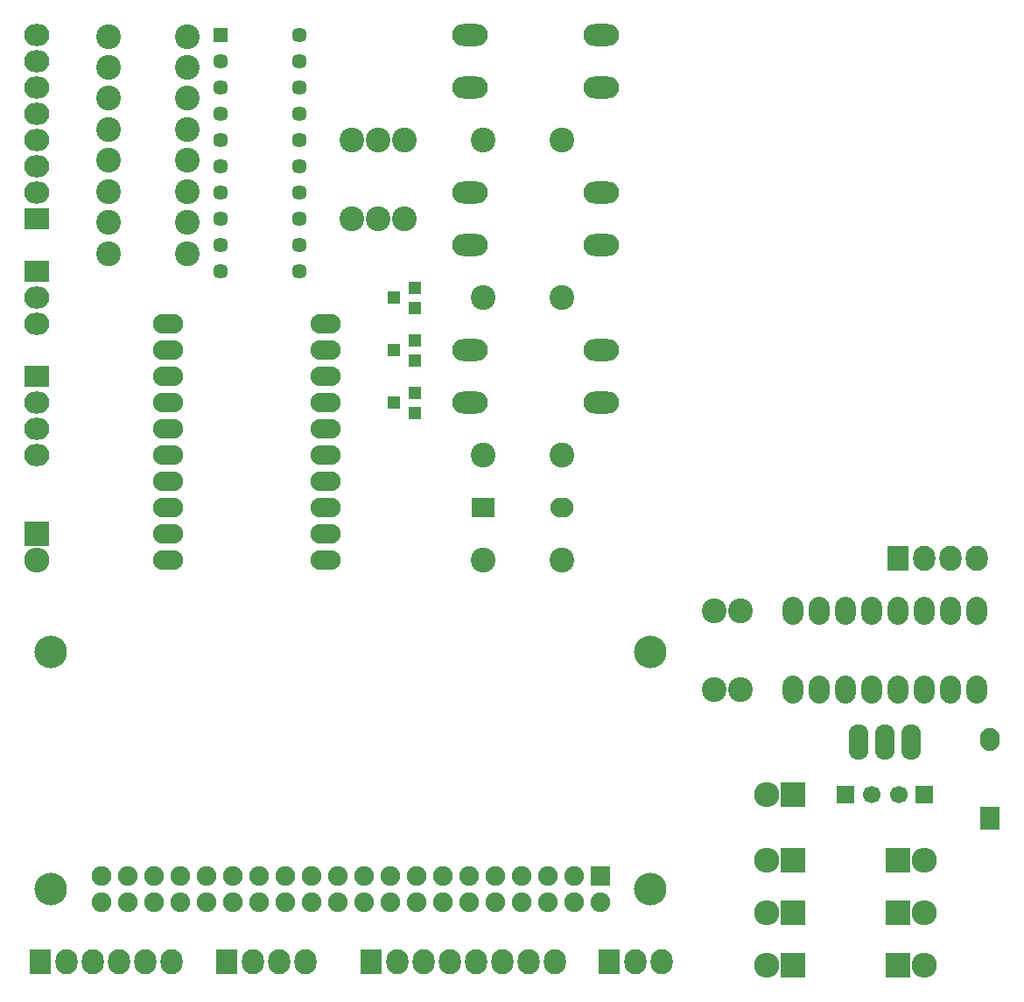
<source format=gts>
G04 #@! TF.FileFunction,Soldermask,Top*
%FSLAX46Y46*%
G04 Gerber Fmt 4.6, Leading zero omitted, Abs format (unit mm)*
G04 Created by KiCad (PCBNEW 4.0.2+dfsg1-stable) date 2019年09月16日 23時03分05秒*
%MOMM*%
G01*
G04 APERTURE LIST*
%ADD10C,0.100000*%
%ADD11R,1.908000X1.908000*%
%ADD12C,1.908000*%
%ADD13C,3.150000*%
%ADD14R,1.700000X1.700000*%
%ADD15C,1.700000*%
%ADD16R,2.432000X2.432000*%
%ADD17O,2.432000X2.432000*%
%ADD18R,2.127200X2.432000*%
%ADD19O,2.127200X2.432000*%
%ADD20R,2.432000X2.127200*%
%ADD21O,2.432000X2.127200*%
%ADD22R,1.200100X1.200100*%
%ADD23C,2.398980*%
%ADD24O,2.924000X1.924000*%
%ADD25R,2.224000X1.924000*%
%ADD26O,2.224000X1.924000*%
%ADD27O,3.448000X2.127200*%
%ADD28O,2.000000X2.700000*%
%ADD29R,1.450000X1.450000*%
%ADD30C,1.450000*%
%ADD31O,1.924000X3.448000*%
%ADD32R,1.924000X2.224000*%
%ADD33O,1.924000X2.224000*%
G04 APERTURE END LIST*
D10*
D11*
X84205200Y-157999000D03*
D12*
X84205200Y-160539000D03*
X81665200Y-157999000D03*
X81665200Y-160539000D03*
X79125200Y-157999000D03*
X79125200Y-160539000D03*
X76585200Y-157999000D03*
X76585200Y-160539000D03*
X74045200Y-157999000D03*
X74045200Y-160539000D03*
X71505200Y-157999000D03*
X71505200Y-160539000D03*
X68965200Y-157999000D03*
X68965200Y-160539000D03*
X66425200Y-157999000D03*
X66425200Y-160539000D03*
X63885200Y-157999000D03*
X63885200Y-160539000D03*
X61345200Y-157999000D03*
X61345200Y-160539000D03*
X58805200Y-157999000D03*
X58805200Y-160539000D03*
X56265200Y-157999000D03*
X56265200Y-160539000D03*
X53725200Y-157999000D03*
X53725200Y-160539000D03*
X51185200Y-157999000D03*
X51185200Y-160539000D03*
X48645200Y-157999000D03*
X48645200Y-160539000D03*
X46105200Y-157999000D03*
X46105200Y-160539000D03*
X43565200Y-157999000D03*
X43565200Y-160539000D03*
X41025200Y-157999000D03*
X41025200Y-160539000D03*
X38485200Y-157999000D03*
X38485200Y-160539000D03*
X35945200Y-157999000D03*
X35945200Y-160539000D03*
D13*
X89075200Y-136269000D03*
X89075200Y-159269000D03*
X31075200Y-136269000D03*
X31075200Y-159269000D03*
D14*
X115570000Y-150130000D03*
D15*
X113070000Y-150130000D03*
D14*
X107950000Y-150130000D03*
D15*
X110450000Y-150130000D03*
D16*
X113030000Y-161560000D03*
D17*
X115570000Y-161560000D03*
D16*
X113030000Y-166640000D03*
D17*
X115570000Y-166640000D03*
D16*
X113030000Y-156480000D03*
D17*
X115570000Y-156480000D03*
D16*
X102870000Y-150130000D03*
D17*
X100330000Y-150130000D03*
D16*
X102870000Y-156480000D03*
D17*
X100330000Y-156480000D03*
D16*
X102870000Y-161560000D03*
D17*
X100330000Y-161560000D03*
D16*
X102870000Y-166640000D03*
D17*
X100330000Y-166640000D03*
D18*
X113030000Y-127270000D03*
D19*
X115570000Y-127270000D03*
X118110000Y-127270000D03*
X120650000Y-127270000D03*
D18*
X30075200Y-166269000D03*
D19*
X32615200Y-166269000D03*
X35155200Y-166269000D03*
X37695200Y-166269000D03*
X40235200Y-166269000D03*
X42775200Y-166269000D03*
D18*
X62075200Y-166269000D03*
D19*
X64615200Y-166269000D03*
X67155200Y-166269000D03*
X69695200Y-166269000D03*
X72235200Y-166269000D03*
X74775200Y-166269000D03*
X77315200Y-166269000D03*
X79855200Y-166269000D03*
D18*
X48075200Y-166269000D03*
D19*
X50615200Y-166269000D03*
X53155200Y-166269000D03*
X55695200Y-166269000D03*
D18*
X85075200Y-166269000D03*
D19*
X87615200Y-166269000D03*
X90155200Y-166269000D03*
D16*
X29730000Y-124910000D03*
D17*
X29730000Y-127450000D03*
D20*
X29730000Y-99510000D03*
D21*
X29730000Y-102050000D03*
X29730000Y-104590000D03*
D20*
X29730000Y-94430000D03*
D21*
X29730000Y-91890000D03*
X29730000Y-89350000D03*
X29730000Y-86810000D03*
X29730000Y-84270000D03*
X29730000Y-81730000D03*
X29730000Y-79190000D03*
X29730000Y-76650000D03*
D20*
X29730000Y-109670000D03*
D21*
X29730000Y-112210000D03*
X29730000Y-114750000D03*
X29730000Y-117290000D03*
D22*
X66290760Y-113160000D03*
X66290760Y-111260000D03*
X64291780Y-112210000D03*
X66290760Y-108080000D03*
X66290760Y-106180000D03*
X64291780Y-107130000D03*
X66290760Y-103000000D03*
X66290760Y-101100000D03*
X64291780Y-102050000D03*
D23*
X97790000Y-139970000D03*
X97790000Y-132350000D03*
X95250000Y-132350000D03*
X95250000Y-139970000D03*
X44250000Y-76740000D03*
X36630000Y-76740000D03*
X44250000Y-79740000D03*
X36630000Y-79740000D03*
X44250000Y-82740000D03*
X36630000Y-82740000D03*
X44250000Y-85740000D03*
X36630000Y-85740000D03*
X44250000Y-88740000D03*
X36630000Y-88740000D03*
X60210000Y-94430000D03*
X60210000Y-86810000D03*
X44250000Y-91740000D03*
X36630000Y-91740000D03*
X44250000Y-94740000D03*
X36630000Y-94740000D03*
X44250000Y-97740000D03*
X36630000Y-97740000D03*
X62750000Y-94430000D03*
X62750000Y-86810000D03*
X80530000Y-127450000D03*
X72910000Y-127450000D03*
X80530000Y-117290000D03*
X72910000Y-117290000D03*
X80530000Y-102050000D03*
X72910000Y-102050000D03*
X80530000Y-86810000D03*
X72910000Y-86810000D03*
X65290000Y-94430000D03*
X65290000Y-86810000D03*
D24*
X57670000Y-127450000D03*
X57670000Y-124910000D03*
X57670000Y-122370000D03*
X57670000Y-119830000D03*
X57670000Y-117290000D03*
X42430000Y-117290000D03*
X42430000Y-119830000D03*
X42430000Y-122370000D03*
X42430000Y-124910000D03*
X42430000Y-127450000D03*
X57670000Y-114750000D03*
X57670000Y-112210000D03*
X57670000Y-109670000D03*
X57670000Y-107130000D03*
X57670000Y-104590000D03*
X42430000Y-104590000D03*
X42430000Y-107130000D03*
X42430000Y-109670000D03*
X42430000Y-112210000D03*
X42430000Y-114750000D03*
D25*
X72910000Y-122370000D03*
D26*
X80530000Y-122370000D03*
D27*
X71640000Y-112210000D03*
X71640000Y-107130000D03*
X84340000Y-112210000D03*
X84340000Y-107130000D03*
X71640000Y-96970000D03*
X71640000Y-91890000D03*
X84340000Y-96970000D03*
X84340000Y-91890000D03*
X71640000Y-81730000D03*
X71640000Y-76650000D03*
X84340000Y-81730000D03*
X84340000Y-76650000D03*
D28*
X120650000Y-132350000D03*
X118110000Y-132350000D03*
X115570000Y-132350000D03*
X113030000Y-132350000D03*
X110490000Y-132350000D03*
X107950000Y-132350000D03*
X105410000Y-132350000D03*
X102870000Y-132350000D03*
X102870000Y-139970000D03*
X105410000Y-139970000D03*
X107950000Y-139970000D03*
X110490000Y-139970000D03*
X113030000Y-139970000D03*
X115570000Y-139970000D03*
X118110000Y-139970000D03*
X120650000Y-139970000D03*
D29*
X47510000Y-76650000D03*
D30*
X47510000Y-79190000D03*
X47510000Y-81730000D03*
X47510000Y-84270000D03*
X47510000Y-86810000D03*
X47510000Y-89350000D03*
X47510000Y-91890000D03*
X47510000Y-94430000D03*
X47510000Y-96970000D03*
X47510000Y-99510000D03*
X55110000Y-99510000D03*
X55110000Y-96970000D03*
X55110000Y-94430000D03*
X55110000Y-91890000D03*
X55110000Y-89350000D03*
X55110000Y-86810000D03*
X55110000Y-84270000D03*
X55110000Y-81730000D03*
X55110000Y-79190000D03*
X55110000Y-76650000D03*
D31*
X114300000Y-145050000D03*
X111760000Y-145050000D03*
X109220000Y-145050000D03*
D32*
X121920000Y-152400000D03*
D33*
X121920000Y-144780000D03*
M02*

</source>
